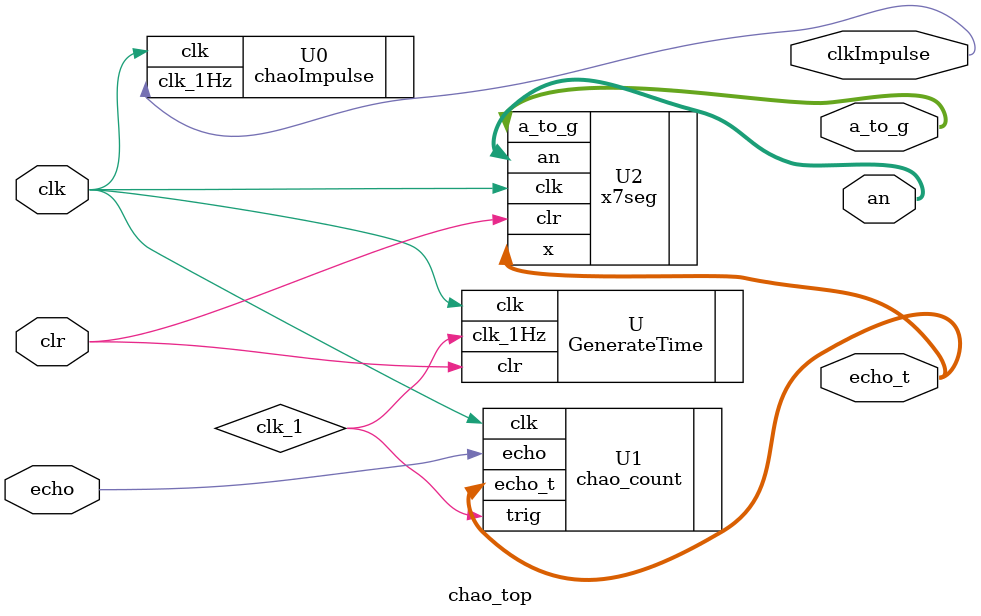
<source format=v>
`timescale 1ns / 1ps
module chao_top(
		input wire clk,
		input wire clr,
		input wire echo,
		output clkImpulse,
		output [7:0]echo_t,
		output [6:0] a_to_g,
		output [3:0] an
    );
	 wire clk_1;
	 GenerateTime U (
    .clk(clk), 
    .clr(clr), 
    .clk_1Hz(clk_1)
    );
	 chaoImpulse U0 (
    .clk(clk),
    .clk_1Hz(clkImpulse)
    );
	 chao_count U1 (
    .clk(clk), 
    .echo(echo),
	 .trig(clk_1),
    .echo_t(echo_t)
    );
	 x7seg U2 (
    .x(echo_t), 
    .clk(clk), 
    .clr(clr), 
    .a_to_g(a_to_g), 
    .an(an)
    );
endmodule

</source>
